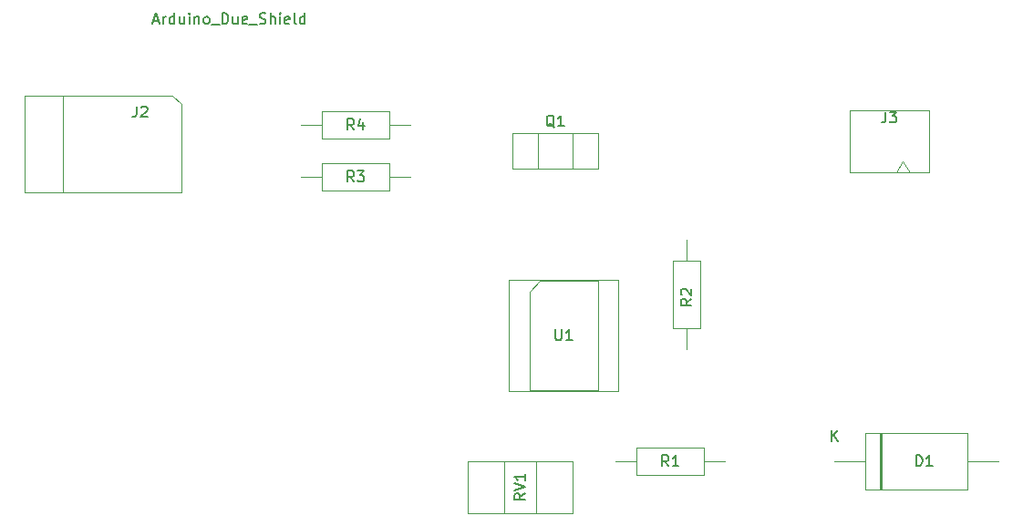
<source format=gbr>
G04 #@! TF.GenerationSoftware,KiCad,Pcbnew,5.1.5-52549c5~84~ubuntu18.04.1*
G04 #@! TF.CreationDate,2020-04-29T15:12:50+01:00*
G04 #@! TF.ProjectId,etl_driver_as_arduino_due_shield,65746c5f-6472-4697-9665-725f61735f61,rev?*
G04 #@! TF.SameCoordinates,Original*
G04 #@! TF.FileFunction,Other,Fab,Top*
%FSLAX46Y46*%
G04 Gerber Fmt 4.6, Leading zero omitted, Abs format (unit mm)*
G04 Created by KiCad (PCBNEW 5.1.5-52549c5~84~ubuntu18.04.1) date 2020-04-29 15:12:50*
%MOMM*%
%LPD*%
G04 APERTURE LIST*
%ADD10C,0.100000*%
%ADD11C,0.150000*%
G04 APERTURE END LIST*
D10*
X166939000Y-108901000D02*
X166939000Y-114111000D01*
X166939000Y-114111000D02*
X176469000Y-114111000D01*
X176469000Y-114111000D02*
X176469000Y-108901000D01*
X176469000Y-108901000D02*
X166939000Y-108901000D01*
X164084000Y-111506000D02*
X166939000Y-111506000D01*
X179324000Y-111506000D02*
X176469000Y-111506000D01*
X168368500Y-108901000D02*
X168368500Y-114111000D01*
X168468500Y-108901000D02*
X168468500Y-114111000D01*
X168268500Y-108901000D02*
X168268500Y-114111000D01*
X134176000Y-81058000D02*
X134176000Y-84308000D01*
X134176000Y-84308000D02*
X142176000Y-84308000D01*
X142176000Y-84308000D02*
X142176000Y-81058000D01*
X142176000Y-81058000D02*
X134176000Y-81058000D01*
X136576000Y-81058000D02*
X136576000Y-84308000D01*
X139776000Y-81058000D02*
X139776000Y-84308000D01*
X151994000Y-112756000D02*
X151994000Y-110256000D01*
X151994000Y-110256000D02*
X145694000Y-110256000D01*
X145694000Y-110256000D02*
X145694000Y-112756000D01*
X145694000Y-112756000D02*
X151994000Y-112756000D01*
X153924000Y-111506000D02*
X151994000Y-111506000D01*
X143764000Y-111506000D02*
X145694000Y-111506000D01*
X150368000Y-101092000D02*
X150368000Y-99162000D01*
X150368000Y-90932000D02*
X150368000Y-92862000D01*
X151618000Y-99162000D02*
X151618000Y-92862000D01*
X149118000Y-99162000D02*
X151618000Y-99162000D01*
X149118000Y-92862000D02*
X149118000Y-99162000D01*
X151618000Y-92862000D02*
X149118000Y-92862000D01*
X122784000Y-86340000D02*
X122784000Y-83840000D01*
X122784000Y-83840000D02*
X116484000Y-83840000D01*
X116484000Y-83840000D02*
X116484000Y-86340000D01*
X116484000Y-86340000D02*
X122784000Y-86340000D01*
X124714000Y-85090000D02*
X122784000Y-85090000D01*
X114554000Y-85090000D02*
X116484000Y-85090000D01*
X114554000Y-80264000D02*
X116484000Y-80264000D01*
X124714000Y-80264000D02*
X122784000Y-80264000D01*
X116484000Y-81514000D02*
X122784000Y-81514000D01*
X116484000Y-79014000D02*
X116484000Y-81514000D01*
X122784000Y-79014000D02*
X116484000Y-79014000D01*
X122784000Y-81514000D02*
X122784000Y-79014000D01*
X139814000Y-116306000D02*
X130014000Y-116306000D01*
X130014000Y-116306000D02*
X130014000Y-111506000D01*
X130014000Y-111506000D02*
X139814000Y-111506000D01*
X139814000Y-111506000D02*
X139814000Y-116306000D01*
X136414000Y-111506000D02*
X133414000Y-111506000D01*
X133414000Y-111506000D02*
X133414000Y-116306000D01*
X133414000Y-116306000D02*
X136414000Y-116306000D01*
X136414000Y-116306000D02*
X136414000Y-111506000D01*
X136763000Y-94742000D02*
X142113000Y-94742000D01*
X142113000Y-94742000D02*
X142113000Y-104902000D01*
X142113000Y-104902000D02*
X135763000Y-104902000D01*
X135763000Y-104902000D02*
X135763000Y-95742000D01*
X135763000Y-95742000D02*
X136763000Y-94742000D01*
X133858000Y-94682000D02*
X133858000Y-104962000D01*
X133858000Y-104962000D02*
X144018000Y-104962000D01*
X144018000Y-104962000D02*
X144018000Y-94682000D01*
X144018000Y-94682000D02*
X133858000Y-94682000D01*
X102612787Y-77536575D02*
X103416000Y-78292000D01*
X92416000Y-77542000D02*
X92416000Y-86542000D01*
X88916000Y-77542000D02*
X88916000Y-86542000D01*
X88916000Y-86542000D02*
X103416000Y-86542000D01*
X103416000Y-86542000D02*
X103416000Y-78292000D01*
X102616000Y-77542000D02*
X88916000Y-77542000D01*
X172884000Y-84646000D02*
X172884000Y-78896000D01*
X172884000Y-78896000D02*
X165484000Y-78896000D01*
X165484000Y-78896000D02*
X165484000Y-84646000D01*
X165484000Y-84646000D02*
X172884000Y-84646000D01*
X171059000Y-84646000D02*
X170434000Y-83646000D01*
X170434000Y-83646000D02*
X169809000Y-84646000D01*
D11*
X100850381Y-70599667D02*
X101326572Y-70599667D01*
X100755143Y-70885381D02*
X101088477Y-69885381D01*
X101421810Y-70885381D01*
X101755143Y-70885381D02*
X101755143Y-70218715D01*
X101755143Y-70409191D02*
X101802762Y-70313953D01*
X101850381Y-70266334D01*
X101945620Y-70218715D01*
X102040858Y-70218715D01*
X102802762Y-70885381D02*
X102802762Y-69885381D01*
X102802762Y-70837762D02*
X102707524Y-70885381D01*
X102517048Y-70885381D01*
X102421810Y-70837762D01*
X102374191Y-70790143D01*
X102326572Y-70694905D01*
X102326572Y-70409191D01*
X102374191Y-70313953D01*
X102421810Y-70266334D01*
X102517048Y-70218715D01*
X102707524Y-70218715D01*
X102802762Y-70266334D01*
X103707524Y-70218715D02*
X103707524Y-70885381D01*
X103278953Y-70218715D02*
X103278953Y-70742524D01*
X103326572Y-70837762D01*
X103421810Y-70885381D01*
X103564667Y-70885381D01*
X103659905Y-70837762D01*
X103707524Y-70790143D01*
X104183715Y-70885381D02*
X104183715Y-70218715D01*
X104183715Y-69885381D02*
X104136096Y-69933001D01*
X104183715Y-69980620D01*
X104231334Y-69933001D01*
X104183715Y-69885381D01*
X104183715Y-69980620D01*
X104659905Y-70218715D02*
X104659905Y-70885381D01*
X104659905Y-70313953D02*
X104707524Y-70266334D01*
X104802762Y-70218715D01*
X104945620Y-70218715D01*
X105040858Y-70266334D01*
X105088477Y-70361572D01*
X105088477Y-70885381D01*
X105707524Y-70885381D02*
X105612286Y-70837762D01*
X105564667Y-70790143D01*
X105517048Y-70694905D01*
X105517048Y-70409191D01*
X105564667Y-70313953D01*
X105612286Y-70266334D01*
X105707524Y-70218715D01*
X105850381Y-70218715D01*
X105945620Y-70266334D01*
X105993239Y-70313953D01*
X106040858Y-70409191D01*
X106040858Y-70694905D01*
X105993239Y-70790143D01*
X105945620Y-70837762D01*
X105850381Y-70885381D01*
X105707524Y-70885381D01*
X106231334Y-70980620D02*
X106993239Y-70980620D01*
X107231334Y-70885381D02*
X107231334Y-69885381D01*
X107469429Y-69885381D01*
X107612286Y-69933001D01*
X107707524Y-70028239D01*
X107755143Y-70123477D01*
X107802762Y-70313953D01*
X107802762Y-70456810D01*
X107755143Y-70647286D01*
X107707524Y-70742524D01*
X107612286Y-70837762D01*
X107469429Y-70885381D01*
X107231334Y-70885381D01*
X108659905Y-70218715D02*
X108659905Y-70885381D01*
X108231334Y-70218715D02*
X108231334Y-70742524D01*
X108278953Y-70837762D01*
X108374191Y-70885381D01*
X108517048Y-70885381D01*
X108612286Y-70837762D01*
X108659905Y-70790143D01*
X109517048Y-70837762D02*
X109421810Y-70885381D01*
X109231334Y-70885381D01*
X109136096Y-70837762D01*
X109088477Y-70742524D01*
X109088477Y-70361572D01*
X109136096Y-70266334D01*
X109231334Y-70218715D01*
X109421810Y-70218715D01*
X109517048Y-70266334D01*
X109564667Y-70361572D01*
X109564667Y-70456810D01*
X109088477Y-70552048D01*
X109755143Y-70980620D02*
X110517048Y-70980620D01*
X110707524Y-70837762D02*
X110850381Y-70885381D01*
X111088477Y-70885381D01*
X111183715Y-70837762D01*
X111231334Y-70790143D01*
X111278953Y-70694905D01*
X111278953Y-70599667D01*
X111231334Y-70504429D01*
X111183715Y-70456810D01*
X111088477Y-70409191D01*
X110898001Y-70361572D01*
X110802762Y-70313953D01*
X110755143Y-70266334D01*
X110707524Y-70171096D01*
X110707524Y-70075858D01*
X110755143Y-69980620D01*
X110802762Y-69933001D01*
X110898001Y-69885381D01*
X111136096Y-69885381D01*
X111278953Y-69933001D01*
X111707524Y-70885381D02*
X111707524Y-69885381D01*
X112136096Y-70885381D02*
X112136096Y-70361572D01*
X112088477Y-70266334D01*
X111993239Y-70218715D01*
X111850381Y-70218715D01*
X111755143Y-70266334D01*
X111707524Y-70313953D01*
X112612286Y-70885381D02*
X112612286Y-70218715D01*
X112612286Y-69885381D02*
X112564667Y-69933001D01*
X112612286Y-69980620D01*
X112659905Y-69933001D01*
X112612286Y-69885381D01*
X112612286Y-69980620D01*
X113469429Y-70837762D02*
X113374191Y-70885381D01*
X113183715Y-70885381D01*
X113088477Y-70837762D01*
X113040858Y-70742524D01*
X113040858Y-70361572D01*
X113088477Y-70266334D01*
X113183715Y-70218715D01*
X113374191Y-70218715D01*
X113469429Y-70266334D01*
X113517048Y-70361572D01*
X113517048Y-70456810D01*
X113040858Y-70552048D01*
X114088477Y-70885381D02*
X113993239Y-70837762D01*
X113945620Y-70742524D01*
X113945620Y-69885381D01*
X114898001Y-70885381D02*
X114898001Y-69885381D01*
X114898001Y-70837762D02*
X114802762Y-70885381D01*
X114612286Y-70885381D01*
X114517048Y-70837762D01*
X114469429Y-70790143D01*
X114421810Y-70694905D01*
X114421810Y-70409191D01*
X114469429Y-70313953D01*
X114517048Y-70266334D01*
X114612286Y-70218715D01*
X114802762Y-70218715D01*
X114898001Y-70266334D01*
X171680654Y-111958380D02*
X171680654Y-110958380D01*
X171918750Y-110958380D01*
X172061607Y-111006000D01*
X172156845Y-111101238D01*
X172204464Y-111196476D01*
X172252083Y-111386952D01*
X172252083Y-111529809D01*
X172204464Y-111720285D01*
X172156845Y-111815523D01*
X172061607Y-111910761D01*
X171918750Y-111958380D01*
X171680654Y-111958380D01*
X173204464Y-111958380D02*
X172633035Y-111958380D01*
X172918750Y-111958380D02*
X172918750Y-110958380D01*
X172823511Y-111101238D01*
X172728273Y-111196476D01*
X172633035Y-111244095D01*
X163822095Y-109658380D02*
X163822095Y-108658380D01*
X164393523Y-109658380D02*
X163964952Y-109086952D01*
X164393523Y-108658380D02*
X163822095Y-109229809D01*
X138080761Y-80485619D02*
X137985523Y-80438000D01*
X137890285Y-80342761D01*
X137747428Y-80199904D01*
X137652190Y-80152285D01*
X137556952Y-80152285D01*
X137604571Y-80390380D02*
X137509333Y-80342761D01*
X137414095Y-80247523D01*
X137366476Y-80057047D01*
X137366476Y-79723714D01*
X137414095Y-79533238D01*
X137509333Y-79438000D01*
X137604571Y-79390380D01*
X137795047Y-79390380D01*
X137890285Y-79438000D01*
X137985523Y-79533238D01*
X138033142Y-79723714D01*
X138033142Y-80057047D01*
X137985523Y-80247523D01*
X137890285Y-80342761D01*
X137795047Y-80390380D01*
X137604571Y-80390380D01*
X138985523Y-80390380D02*
X138414095Y-80390380D01*
X138699809Y-80390380D02*
X138699809Y-79390380D01*
X138604571Y-79533238D01*
X138509333Y-79628476D01*
X138414095Y-79676095D01*
X148677333Y-111958380D02*
X148344000Y-111482190D01*
X148105904Y-111958380D02*
X148105904Y-110958380D01*
X148486857Y-110958380D01*
X148582095Y-111006000D01*
X148629714Y-111053619D01*
X148677333Y-111148857D01*
X148677333Y-111291714D01*
X148629714Y-111386952D01*
X148582095Y-111434571D01*
X148486857Y-111482190D01*
X148105904Y-111482190D01*
X149629714Y-111958380D02*
X149058285Y-111958380D01*
X149344000Y-111958380D02*
X149344000Y-110958380D01*
X149248761Y-111101238D01*
X149153523Y-111196476D01*
X149058285Y-111244095D01*
X150820380Y-96432666D02*
X150344190Y-96766000D01*
X150820380Y-97004095D02*
X149820380Y-97004095D01*
X149820380Y-96623142D01*
X149868000Y-96527904D01*
X149915619Y-96480285D01*
X150010857Y-96432666D01*
X150153714Y-96432666D01*
X150248952Y-96480285D01*
X150296571Y-96527904D01*
X150344190Y-96623142D01*
X150344190Y-97004095D01*
X149915619Y-96051714D02*
X149868000Y-96004095D01*
X149820380Y-95908857D01*
X149820380Y-95670761D01*
X149868000Y-95575523D01*
X149915619Y-95527904D01*
X150010857Y-95480285D01*
X150106095Y-95480285D01*
X150248952Y-95527904D01*
X150820380Y-96099333D01*
X150820380Y-95480285D01*
X119467333Y-85542380D02*
X119134000Y-85066190D01*
X118895904Y-85542380D02*
X118895904Y-84542380D01*
X119276857Y-84542380D01*
X119372095Y-84590000D01*
X119419714Y-84637619D01*
X119467333Y-84732857D01*
X119467333Y-84875714D01*
X119419714Y-84970952D01*
X119372095Y-85018571D01*
X119276857Y-85066190D01*
X118895904Y-85066190D01*
X119800666Y-84542380D02*
X120419714Y-84542380D01*
X120086380Y-84923333D01*
X120229238Y-84923333D01*
X120324476Y-84970952D01*
X120372095Y-85018571D01*
X120419714Y-85113809D01*
X120419714Y-85351904D01*
X120372095Y-85447142D01*
X120324476Y-85494761D01*
X120229238Y-85542380D01*
X119943523Y-85542380D01*
X119848285Y-85494761D01*
X119800666Y-85447142D01*
X119467333Y-80716380D02*
X119134000Y-80240190D01*
X118895904Y-80716380D02*
X118895904Y-79716380D01*
X119276857Y-79716380D01*
X119372095Y-79764000D01*
X119419714Y-79811619D01*
X119467333Y-79906857D01*
X119467333Y-80049714D01*
X119419714Y-80144952D01*
X119372095Y-80192571D01*
X119276857Y-80240190D01*
X118895904Y-80240190D01*
X120324476Y-80049714D02*
X120324476Y-80716380D01*
X120086380Y-79668761D02*
X119848285Y-80383047D01*
X120467333Y-80383047D01*
X135366380Y-114501238D02*
X134890190Y-114834571D01*
X135366380Y-115072666D02*
X134366380Y-115072666D01*
X134366380Y-114691714D01*
X134414000Y-114596476D01*
X134461619Y-114548857D01*
X134556857Y-114501238D01*
X134699714Y-114501238D01*
X134794952Y-114548857D01*
X134842571Y-114596476D01*
X134890190Y-114691714D01*
X134890190Y-115072666D01*
X134366380Y-114215523D02*
X135366380Y-113882190D01*
X134366380Y-113548857D01*
X135366380Y-112691714D02*
X135366380Y-113263142D01*
X135366380Y-112977428D02*
X134366380Y-112977428D01*
X134509238Y-113072666D01*
X134604476Y-113167904D01*
X134652095Y-113263142D01*
X138176095Y-99274380D02*
X138176095Y-100083904D01*
X138223714Y-100179142D01*
X138271333Y-100226761D01*
X138366571Y-100274380D01*
X138557047Y-100274380D01*
X138652285Y-100226761D01*
X138699904Y-100179142D01*
X138747523Y-100083904D01*
X138747523Y-99274380D01*
X139747523Y-100274380D02*
X139176095Y-100274380D01*
X139461809Y-100274380D02*
X139461809Y-99274380D01*
X139366571Y-99417238D01*
X139271333Y-99512476D01*
X139176095Y-99560095D01*
X99282666Y-78544380D02*
X99282666Y-79258666D01*
X99235047Y-79401523D01*
X99139809Y-79496761D01*
X98996952Y-79544380D01*
X98901714Y-79544380D01*
X99711238Y-78639619D02*
X99758857Y-78592000D01*
X99854095Y-78544380D01*
X100092190Y-78544380D01*
X100187428Y-78592000D01*
X100235047Y-78639619D01*
X100282666Y-78734857D01*
X100282666Y-78830095D01*
X100235047Y-78972952D01*
X99663619Y-79544380D01*
X100282666Y-79544380D01*
X168850666Y-79048380D02*
X168850666Y-79762666D01*
X168803047Y-79905523D01*
X168707809Y-80000761D01*
X168564952Y-80048380D01*
X168469714Y-80048380D01*
X169231619Y-79048380D02*
X169850666Y-79048380D01*
X169517333Y-79429333D01*
X169660190Y-79429333D01*
X169755428Y-79476952D01*
X169803047Y-79524571D01*
X169850666Y-79619809D01*
X169850666Y-79857904D01*
X169803047Y-79953142D01*
X169755428Y-80000761D01*
X169660190Y-80048380D01*
X169374476Y-80048380D01*
X169279238Y-80000761D01*
X169231619Y-79953142D01*
M02*

</source>
